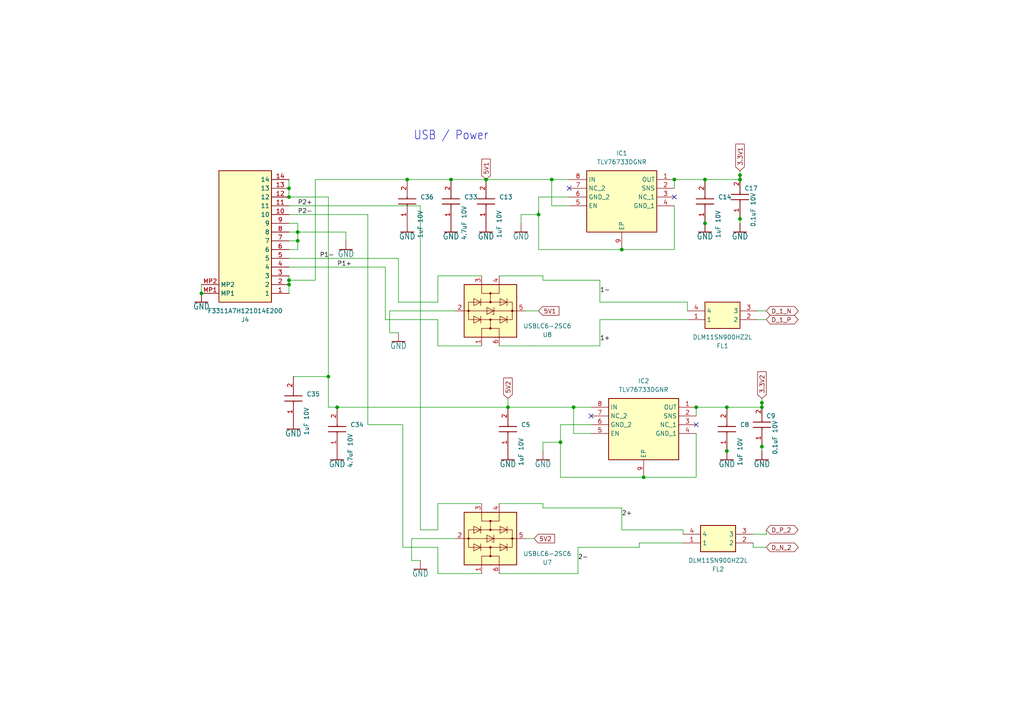
<source format=kicad_sch>
(kicad_sch (version 20230121) (generator eeschema)
  (paper "A4")
  (lib_symbols
    (symbol "Power_Protection:USBLC6-2SC6" (pin_names hide)
      (property "Reference" "U" (at 2.54 8.89 0))
      (property "Value" "USBLC6-2SC6" (at 2.54 -8.89 0))
      (symbol "USBLC6-2SC6_0_1"
        (rectangle (start -7.62 -7.62) (end 7.62 7.62) (stroke (width 0.254)) (fill (type background)))
        (circle (center -5.08 0) (radius 0.254) (fill (type outline)))
        (circle (center -2.54 0) (radius 0.254) (fill (type outline)))
        (rectangle (start -2.54 6.35) (end 2.54 -6.35))
        (circle (center 0 -6.35) (radius 0.254) (fill (type outline)))
        (polyline (pts (xy -5.08 -2.54) (xy -7.62 -2.54)))
        (polyline (pts (xy -5.08 0) (xy -5.08 -2.54)))
        (polyline (pts (xy -5.08 2.54) (xy -7.62 2.54)))
        (polyline (pts (xy -1.524 -2.794) (xy -3.556 -2.794)))
        (polyline (pts (xy -1.524 4.826) (xy -3.556 4.826)))
        (polyline (pts (xy 0 -7.62) (xy 0 -6.35)))
        (polyline (pts (xy 0 -6.35) (xy 0 1.27)))
        (polyline (pts (xy 0 1.27) (xy 0 6.35)))
        (polyline (pts (xy 0 6.35) (xy 0 7.62)))
        (polyline (pts (xy 1.524 -2.794) (xy 3.556 -2.794)))
        (polyline (pts (xy 1.524 4.826) (xy 3.556 4.826)))
        (polyline (pts (xy 5.08 -2.54) (xy 7.62 -2.54)))
        (polyline (pts (xy 5.08 0) (xy 5.08 -2.54)))
        (polyline (pts (xy 5.08 2.54) (xy 7.62 2.54)))
        (polyline (pts (xy -2.54 0) (xy -5.08 0) (xy -5.08 2.54)))
        (polyline (pts (xy 2.54 0) (xy 5.08 0) (xy 5.08 2.54)))
        (polyline (pts (xy -3.556 -4.826) (xy -1.524 -4.826) (xy -2.54 -2.794) (xy -3.556 -4.826)))
        (polyline (pts (xy -3.556 2.794) (xy -1.524 2.794) (xy -2.54 4.826) (xy -3.556 2.794)))
        (polyline (pts (xy -1.016 -1.016) (xy 1.016 -1.016) (xy 0 1.016) (xy -1.016 -1.016)))
        (polyline (pts (xy 1.016 1.016) (xy 0.762 1.016) (xy -1.016 1.016) (xy -1.016 0.508)))
        (polyline (pts (xy 3.556 -4.826) (xy 1.524 -4.826) (xy 2.54 -2.794) (xy 3.556 -4.826)))
        (polyline (pts (xy 3.556 2.794) (xy 1.524 2.794) (xy 2.54 4.826) (xy 3.556 2.794)))
        (circle (center 0 6.35) (radius 0.254) (fill (type outline)))
        (circle (center 2.54 0) (radius 0.254) (fill (type outline)))
        (circle (center 5.08 0) (radius 0.254) (fill (type outline)))
      )
      (symbol "USBLC6-2SC6_1_1"
        (pin passive line (at -10.16 -2.54 0) (length 2.54) (name "I/O1") (number "1"))
        (pin passive line (at 0 -10.16 90) (length 2.54) (name "GND") (number "2"))
        (pin passive line (at 10.16 -2.54 180) (length 2.54) (name "I/O2") (number "3"))
        (pin passive line (at 10.16 2.54 180) (length 2.54) (name "I/O2") (number "4"))
        (pin passive line (at 0 10.16 270) (length 2.54) (name "VBUS") (number "5"))
        (pin passive line (at -10.16 2.54 0) (length 2.54) (name "I/O1") (number "6"))
      )
    )
    (symbol "Qwiic-USB_Hub-eagle-import:GND" (power)
      (property "Value" "GND" (at 0 -0.254 0))
      (symbol "GND_1_0"
        (polyline (pts (xy -1.905 0) (xy 1.905 0)) (stroke (width 0.254)))
        (pin power_in line (at 0 2.54 270) (length 2.54) (name "GND") (number "1"))
      )
    )
    (symbol "SamacSys_Parts:C0603T104K8RAC7867" (pin_names hide)
      (property "Reference" "C" (at 8.89 6.35 0))
      (property "Value" "C0603T104K8RAC7867" (at 8.89 3.81 0))
      (symbol "C0603T104K8RAC7867_1_1"
        (polyline (pts (xy 5.08 0) (xy 5.588 0)) (stroke (width 0.254)))
        (polyline (pts (xy 5.588 2.54) (xy 5.588 -2.54)) (stroke (width 0.254)))
        (polyline (pts (xy 7.112 0) (xy 7.62 0)) (stroke (width 0.254)))
        (polyline (pts (xy 7.112 2.54) (xy 7.112 -2.54)) (stroke (width 0.254)))
        (pin passive line (at 0 0 0) (length 5.08) (name "1") (number "1"))
        (pin passive line (at 12.7 0 180) (length 5.08) (name "2") (number "2"))
      )
    )
    (symbol "SamacSys_Parts:CL10B105KB8NQNC" (pin_names hide)
      (property "Reference" "C" (at 8.89 6.35 0))
      (property "Value" "CL10B105KB8NQNC" (at 8.89 3.81 0))
      (symbol "CL10B105KB8NQNC_1_1"
        (polyline (pts (xy 5.08 0) (xy 5.588 0)) (stroke (width 0.254)))
        (polyline (pts (xy 5.588 2.54) (xy 5.588 -2.54)) (stroke (width 0.254)))
        (polyline (pts (xy 7.112 0) (xy 7.62 0)) (stroke (width 0.254)))
        (polyline (pts (xy 7.112 2.54) (xy 7.112 -2.54)) (stroke (width 0.254)))
        (pin passive line (at 0 0 0) (length 5.08) (name "1") (number "1"))
        (pin passive line (at 12.7 0 180) (length 5.08) (name "2") (number "2"))
      )
    )
    (symbol "SamacSys_Parts:DLM11SN900HZ2L"
      (property "Reference" "FL" (at 16.51 7.62 0))
      (property "Value" "DLM11SN900HZ2L" (at 16.51 5.08 0))
      (symbol "DLM11SN900HZ2L_1_1"
        (rectangle (start 5.08 2.54) (end 15.24 -5.08) (stroke (width 0.254)) (fill (type background)))
        (pin passive line (at 0 0 0) (length 5.08) (name "1") (number "1"))
        (pin passive line (at 20.32 0 180) (length 5.08) (name "2") (number "2"))
        (pin passive line (at 20.32 -2.54 180) (length 5.08) (name "3") (number "3"))
        (pin passive line (at 0 -2.54 0) (length 5.08) (name "4") (number "4"))
      )
    )
    (symbol "SamacSys_Parts:F3311A7H121014E200"
      (property "Reference" "J" (at 21.59 7.62 0))
      (property "Value" "F3311A7H121014E200" (at 21.59 5.08 0))
      (symbol "F3311A7H121014E200_1_1"
        (rectangle (start 5.08 2.54) (end 20.32 -35.56) (stroke (width 0.254)) (fill (type background)))
        (pin passive line (at 25.4 0 180) (length 5.08) (name "1") (number "1"))
        (pin passive line (at 25.4 -22.86 180) (length 5.08) (name "10") (number "10"))
        (pin passive line (at 25.4 -25.4 180) (length 5.08) (name "11") (number "11"))
        (pin passive line (at 25.4 -27.94 180) (length 5.08) (name "12") (number "12"))
        (pin passive line (at 25.4 -30.48 180) (length 5.08) (name "13") (number "13"))
        (pin passive line (at 25.4 -33.02 180) (length 5.08) (name "14") (number "14"))
        (pin passive line (at 25.4 -2.54 180) (length 5.08) (name "2") (number "2"))
        (pin passive line (at 25.4 -5.08 180) (length 5.08) (name "3") (number "3"))
        (pin passive line (at 25.4 -7.62 180) (length 5.08) (name "4") (number "4"))
        (pin passive line (at 25.4 -10.16 180) (length 5.08) (name "5") (number "5"))
        (pin passive line (at 25.4 -12.7 180) (length 5.08) (name "6") (number "6"))
        (pin passive line (at 25.4 -15.24 180) (length 5.08) (name "7") (number "7"))
        (pin passive line (at 25.4 -17.78 180) (length 5.08) (name "8") (number "8"))
        (pin passive line (at 25.4 -20.32 180) (length 5.08) (name "9") (number "9"))
        (pin passive line (at 0 0 0) (length 5.08) (name "MP1") (number "MP1"))
        (pin passive line (at 0 -2.54 0) (length 5.08) (name "MP2") (number "MP2"))
      )
    )
    (symbol "SamacSys_Parts:TLV76733DGNR"
      (property "Reference" "IC" (at 26.67 7.62 0))
      (property "Value" "TLV76733DGNR" (at 26.67 5.08 0))
      (symbol "TLV76733DGNR_1_1"
        (rectangle (start 5.08 2.54) (end 25.4 -15.24) (stroke (width 0.254)) (fill (type background)))
        (pin passive line (at 0 0 0) (length 5.08) (name "OUT") (number "1"))
        (pin passive line (at 0 -2.54 0) (length 5.08) (name "SNS") (number "2"))
        (pin passive line (at 0 -5.08 0) (length 5.08) (name "NC_1") (number "3"))
        (pin passive line (at 0 -7.62 0) (length 5.08) (name "GND_1") (number "4"))
        (pin passive line (at 30.48 -7.62 180) (length 5.08) (name "EN") (number "5"))
        (pin passive line (at 30.48 -5.08 180) (length 5.08) (name "GND_2") (number "6"))
        (pin passive line (at 30.48 -2.54 180) (length 5.08) (name "NC_2") (number "7"))
        (pin passive line (at 30.48 0 180) (length 5.08) (name "IN") (number "8"))
        (pin passive line (at 15.24 -20.32 90) (length 5.08) (name "EP") (number "9"))
      )
    )
  )
  (junction (at 162.56 128.27))
  (junction (at 83.82 82.55))
  (junction (at 186.69 138.43))
  (junction (at 160.02 52.07))
  (junction (at 86.36 69.85))
  (junction (at 83.82 57.15))
  (junction (at 201.93 118.11))
  (junction (at 220.98 116.84))
  (junction (at 140.97 52.07))
  (junction (at 204.47 52.07))
  (junction (at 214.63 52.07))
  (junction (at 83.82 54.61))
  (junction (at 195.58 52.07))
  (junction (at 166.37 118.11))
  (junction (at 97.79 118.11))
  (junction (at 130.81 52.07))
  (junction (at 58.42 85.09))
  (junction (at 180.34 72.39))
  (junction (at 95.25 109.22))
  (junction (at 147.32 118.11))
  (junction (at 204.47 64.77))
  (junction (at 220.98 129.54))
  (junction (at 220.98 118.11))
  (junction (at 156.21 62.23))
  (junction (at 83.82 81.28))
  (junction (at 86.36 67.31))
  (junction (at 210.82 130.81))
  (junction (at 210.82 118.11))
  (junction (at 118.11 52.07))
  (junction (at 214.63 50.8))
  (junction (at 214.63 63.5))
  (no_connect (at 165.1 54.61))
  (no_connect (at 171.45 120.65))
  (no_connect (at 201.93 123.19))
  (no_connect (at 195.58 57.15))
  (wire (pts (xy 83.82 67.31) (xy 86.36 67.31)) (stroke (width 0.1524)))
  (wire (pts (xy 156.21 60.96) (xy 156.21 62.23)) (stroke (width 0.1524)))
  (wire (pts (xy 113.03 90.17) (xy 132.08 90.17)))
  (wire (pts (xy 115.57 87.63) (xy 127 87.63)))
  (wire (pts (xy 173.99 92.71) (xy 173.99 100.33)) (stroke (width 0.1524)))
  (wire (pts (xy 165.1 57.15) (xy 156.21 57.15)))
  (wire (pts (xy 100.33 67.31) (xy 86.36 67.31)) (stroke (width 0.1524)))
  (wire (pts (xy 127 166.37) (xy 139.7 166.37)))
  (wire (pts (xy 162.56 128.27) (xy 162.56 138.43)))
  (wire (pts (xy 201.93 125.73) (xy 201.93 138.43)))
  (wire (pts (xy 127 100.33) (xy 139.7 100.33)))
  (wire (pts (xy 111.76 92.71) (xy 127 92.71)))
  (wire (pts (xy 152.4 156.21) (xy 154.94 156.21)))
  (wire (pts (xy 214.63 54.61) (xy 214.63 52.07)) (stroke (width 0.1524)))
  (wire (pts (xy 140.97 52.07) (xy 160.02 52.07)) (stroke (width 0.1524)))
  (wire (pts (xy 173.99 87.63) (xy 199.39 87.63)) (stroke (width 0.1524)))
  (wire (pts (xy 91.44 52.07) (xy 118.11 52.07)) (stroke (width 0.1524)))
  (wire (pts (xy 157.48 80.01) (xy 157.48 81.28)))
  (wire (pts (xy 83.82 80.01) (xy 83.82 81.28)))
  (wire (pts (xy 115.57 87.63) (xy 115.57 74.93)))
  (wire (pts (xy 151.13 62.23) (xy 151.13 64.77)) (stroke (width 0.1524)))
  (wire (pts (xy 166.37 125.73) (xy 171.45 125.73)))
  (wire (pts (xy 157.48 128.27) (xy 162.56 128.27)) (stroke (width 0.1524)))
  (wire (pts (xy 214.63 49.53) (xy 214.63 50.8)) (stroke (width 0.1524)))
  (wire (pts (xy 83.82 74.93) (xy 115.57 74.93)))
  (wire (pts (xy 119.38 162.56) (xy 119.38 156.21)))
  (wire (pts (xy 160.02 52.07) (xy 165.1 52.07)) (stroke (width 0.1524)))
  (wire (pts (xy 210.82 130.81) (xy 210.82 128.27)) (stroke (width 0.1524)))
  (wire (pts (xy 83.82 77.47) (xy 111.76 77.47)))
  (wire (pts (xy 185.42 157.48) (xy 198.12 157.48)))
  (wire (pts (xy 220.98 130.81) (xy 220.98 129.54)) (stroke (width 0.1524)))
  (wire (pts (xy 180.34 153.67) (xy 180.34 147.32)) (stroke (width 0.1524)))
  (wire (pts (xy 157.48 147.32) (xy 180.34 147.32)) (stroke (width 0.1524)))
  (wire (pts (xy 83.82 72.39) (xy 86.36 72.39)))
  (wire (pts (xy 220.98 116.84) (xy 220.98 118.11)) (stroke (width 0.1524)))
  (wire (pts (xy 166.37 118.11) (xy 171.45 118.11)))
  (wire (pts (xy 156.21 57.15) (xy 156.21 62.23)))
  (wire (pts (xy 83.82 57.15) (xy 85.09 57.15)) (stroke (width 0.1524)))
  (wire (pts (xy 91.44 81.28) (xy 91.44 52.07)))
  (wire (pts (xy 195.58 52.07) (xy 195.58 54.61)))
  (wire (pts (xy 83.82 62.23) (xy 106.68 62.23)) (stroke (width 0.1524)))
  (wire (pts (xy 95.25 57.15) (xy 85.09 57.15)))
  (wire (pts (xy 154.94 100.33) (xy 173.99 100.33)) (stroke (width 0.1524)))
  (wire (pts (xy 151.13 62.23) (xy 156.21 62.23)) (stroke (width 0.1524)))
  (wire (pts (xy 199.39 87.63) (xy 199.39 90.17)) (stroke (width 0.1524)))
  (wire (pts (xy 167.64 158.75) (xy 167.64 166.37)) (stroke (width 0.1524)))
  (wire (pts (xy 85.09 109.22) (xy 95.25 109.22)))
  (wire (pts (xy 83.82 69.85) (xy 86.36 69.85)))
  (wire (pts (xy 210.82 118.11) (xy 210.82 120.65)) (stroke (width 0.1524)))
  (wire (pts (xy 95.25 118.11) (xy 97.79 118.11)) (stroke (width 0.1524)))
  (wire (pts (xy 97.79 118.11) (xy 147.32 118.11)) (stroke (width 0.1524)))
  (wire (pts (xy 111.76 77.47) (xy 111.76 92.71)))
  (wire (pts (xy 152.4 90.17) (xy 156.21 90.17)))
  (wire (pts (xy 156.21 72.39) (xy 180.34 72.39)))
  (wire (pts (xy 118.11 52.07) (xy 130.81 52.07)) (stroke (width 0.1524)))
  (wire (pts (xy 113.03 96.52) (xy 113.03 90.17)))
  (wire (pts (xy 83.82 54.61) (xy 83.82 57.15)))
  (wire (pts (xy 127 87.63) (xy 127 80.01)))
  (wire (pts (xy 220.98 115.57) (xy 220.98 116.84)) (stroke (width 0.1524)))
  (wire (pts (xy 127 146.05) (xy 139.7 146.05)))
  (wire (pts (xy 179.07 92.71) (xy 199.39 92.71)))
  (wire (pts (xy 166.37 118.11) (xy 166.37 125.73)))
  (wire (pts (xy 171.45 123.19) (xy 162.56 123.19)))
  (wire (pts (xy 121.92 153.67) (xy 127 153.67)))
  (wire (pts (xy 144.78 166.37) (xy 154.94 166.37)))
  (wire (pts (xy 204.47 52.07) (xy 214.63 52.07)) (stroke (width 0.1524)))
  (wire (pts (xy 127 92.71) (xy 127 100.33)))
  (wire (pts (xy 162.56 138.43) (xy 186.69 138.43)))
  (wire (pts (xy 157.48 128.27) (xy 157.48 130.81)) (stroke (width 0.1524)))
  (wire (pts (xy 220.98 129.54) (xy 220.98 128.27)) (stroke (width 0.1524)))
  (wire (pts (xy 83.82 64.77) (xy 86.36 64.77)) (stroke (width 0.1524)))
  (wire (pts (xy 195.58 59.69) (xy 195.58 72.39)))
  (wire (pts (xy 156.21 62.23) (xy 156.21 72.39)))
  (wire (pts (xy 127 80.01) (xy 139.7 80.01)))
  (wire (pts (xy 214.63 64.77) (xy 214.63 63.5)) (stroke (width 0.1524)))
  (wire (pts (xy 106.68 123.19) (xy 106.68 62.23)) (stroke (width 0.1524)))
  (wire (pts (xy 185.42 157.48) (xy 185.42 158.75)))
  (wire (pts (xy 116.84 123.19) (xy 116.84 158.75)) (stroke (width 0.1524)))
  (wire (pts (xy 167.64 158.75) (xy 185.42 158.75)) (stroke (width 0.1524)))
  (wire (pts (xy 214.63 50.8) (xy 214.63 52.07)) (stroke (width 0.1524)))
  (wire (pts (xy 219.71 90.17) (xy 222.25 90.17)))
  (wire (pts (xy 58.42 82.55) (xy 58.42 85.09)))
  (wire (pts (xy 214.63 63.5) (xy 214.63 62.23)) (stroke (width 0.1524)))
  (wire (pts (xy 219.71 92.71) (xy 222.25 92.71)))
  (wire (pts (xy 121.92 162.56) (xy 119.38 162.56)))
  (wire (pts (xy 147.32 115.57) (xy 147.32 118.11)) (stroke (width 0.1524)))
  (wire (pts (xy 173.99 87.63) (xy 173.99 81.28)) (stroke (width 0.1524)))
  (wire (pts (xy 115.57 96.52) (xy 113.03 96.52)))
  (wire (pts (xy 157.48 146.05) (xy 157.48 147.32)))
  (wire (pts (xy 83.82 52.07) (xy 83.82 54.61)))
  (wire (pts (xy 83.82 82.55) (xy 83.82 85.09)))
  (wire (pts (xy 86.36 72.39) (xy 86.36 69.85)))
  (wire (pts (xy 204.47 64.77) (xy 204.47 62.23)) (stroke (width 0.1524)))
  (wire (pts (xy 201.93 118.11) (xy 210.82 118.11)) (stroke (width 0.1524)))
  (wire (pts (xy 160.02 52.07) (xy 160.02 59.69)))
  (wire (pts (xy 83.82 81.28) (xy 91.44 81.28)))
  (wire (pts (xy 154.94 166.37) (xy 167.64 166.37)) (stroke (width 0.1524)))
  (wire (pts (xy 86.36 69.85) (xy 86.36 67.31)))
  (wire (pts (xy 157.48 81.28) (xy 173.99 81.28)) (stroke (width 0.1524)))
  (wire (pts (xy 218.44 154.94) (xy 222.25 154.94)))
  (wire (pts (xy 222.25 154.94) (xy 222.25 153.67)))
  (wire (pts (xy 220.98 120.65) (xy 220.98 118.11)) (stroke (width 0.1524)))
  (wire (pts (xy 195.58 52.07) (xy 204.47 52.07)) (stroke (width 0.1524)))
  (wire (pts (xy 173.99 92.71) (xy 179.07 92.71)) (stroke (width 0.1524)))
  (wire (pts (xy 121.92 59.69) (xy 121.92 153.67)) (stroke (width 0.1524)))
  (wire (pts (xy 204.47 52.07) (xy 204.47 54.61)) (stroke (width 0.1524)))
  (wire (pts (xy 180.34 153.67) (xy 198.12 153.67)) (stroke (width 0.1524)))
  (wire (pts (xy 127 158.75) (xy 127 166.37)))
  (wire (pts (xy 119.38 156.21) (xy 132.08 156.21)))
  (wire (pts (xy 83.82 81.28) (xy 83.82 82.55)))
  (wire (pts (xy 160.02 59.69) (xy 165.1 59.69)))
  (wire (pts (xy 116.84 158.75) (xy 127 158.75)) (stroke (width 0.1524)))
  (wire (pts (xy 218.44 158.75) (xy 218.44 157.48)))
  (wire (pts (xy 201.93 118.11) (xy 201.93 120.65)))
  (wire (pts (xy 218.44 158.75) (xy 222.25 158.75)))
  (wire (pts (xy 162.56 123.19) (xy 162.56 128.27)))
  (wire (pts (xy 201.93 138.43) (xy 186.69 138.43)))
  (wire (pts (xy 116.84 123.19) (xy 106.68 123.19)) (stroke (width 0.1524)))
  (wire (pts (xy 144.78 100.33) (xy 154.94 100.33)))
  (wire (pts (xy 210.82 118.11) (xy 220.98 118.11)) (stroke (width 0.1524)))
  (wire (pts (xy 127 153.67) (xy 127 146.05)))
  (wire (pts (xy 198.12 153.67) (xy 198.12 154.94)))
  (wire (pts (xy 95.25 109.22) (xy 95.25 118.11)))
  (wire (pts (xy 86.36 64.77) (xy 86.36 67.31)) (stroke (width 0.1524)))
  (wire (pts (xy 144.78 146.05) (xy 157.48 146.05)))
  (wire (pts (xy 147.32 118.11) (xy 166.37 118.11)) (stroke (width 0.1524)))
  (wire (pts (xy 95.25 57.15) (xy 95.25 109.22)))
  (wire (pts (xy 130.81 52.07) (xy 140.97 52.07)) (stroke (width 0.1524)))
  (wire (pts (xy 195.58 72.39) (xy 180.34 72.39)))
  (wire (pts (xy 100.33 67.31) (xy 100.33 69.85)) (stroke (width 0.1524)))
  (wire (pts (xy 121.92 59.69) (xy 83.82 59.69)) (stroke (width 0.1524)))
  (wire (pts (xy 144.78 80.01) (xy 157.48 80.01)))
  (text "USB / Power" (at 130.81 39.37 0) (effects (font (size 2.54 2.159))))
  (label "2-" (at 167.64 162.56 0))
  (label "1-" (at 173.99 85.09 0))
  (label "P2-" (at 86.36 62.23 0))
  (label "P1+" (at 97.79 77.47 0))
  (label "P2+" (at 86.36 59.69 0))
  (label "2+" (at 180.34 149.86 0))
  (label "1+" (at 173.99 99.06 0))
  (label "P1-" (at 92.71 74.93 0))
  (global_label "5V1" (shape input) (at 156.21 90.17 0) (property "Intersheetrefs" "${INTERSHEET_REFS}" (effects hide)))
  (global_label "D_N_2" (shape bidirectional) (at 222.25 158.75 0) (property "Intersheetrefs" "${INTERSHEET_REFS}" (effects hide)))
  (global_label "3.3V2" (shape input) (at 220.98 115.57 90) (property "Intersheetrefs" "${INTERSHEET_REFS}" (effects hide)))
  (global_label "D_1_N" (shape bidirectional) (at 222.25 90.17 0) (property "Intersheetrefs" "${INTERSHEET_REFS}" (effects hide)))
  (global_label "D_P_2" (shape bidirectional) (at 222.25 153.67 0) (property "Intersheetrefs" "${INTERSHEET_REFS}" (effects hide)))
  (global_label "3.3V1" (shape input) (at 214.63 49.53 90) (property "Intersheetrefs" "${INTERSHEET_REFS}" (effects hide)))
  (global_label "5V2" (shape input) (at 147.32 115.57 90) (property "Intersheetrefs" "${INTERSHEET_REFS}" (effects hide)))
  (global_label "5V2" (shape input) (at 154.94 156.21 0) (property "Intersheetrefs" "${INTERSHEET_REFS}" (effects hide)))
  (global_label "D_1_P" (shape bidirectional) (at 222.25 92.71 0) (property "Intersheetrefs" "${INTERSHEET_REFS}" (effects hide)))
  (global_label "5V1" (shape input) (at 140.97 52.07 90) (property "Intersheetrefs" "${INTERSHEET_REFS}" (effects hide)))
  (symbol (lib_id "Qwiic-USB_Hub-eagle-import:GND") (at 214.63 67.31 0) (unit 1)
    (property "Reference" "#GND040" (effects hide))
    (property "Value" "GND" (at 214.63 67.564 0) (effects (font (size 1.778 1.5113)) (justify top)))
  )
  (symbol (lib_id "Qwiic-USB_Hub-eagle-import:GND") (at 204.47 67.31 0) (unit 1)
    (property "Reference" "#GND037" (effects hide))
    (property "Value" "GND" (at 204.47 67.564 0) (effects (font (size 1.778 1.5113)) (justify top)))
  )
  (symbol (lib_id "Qwiic-USB_Hub-eagle-import:GND") (at 220.98 133.35 0) (unit 1)
    (property "Reference" "#GND013" (effects hide))
    (property "Value" "GND" (at 220.98 133.604 0) (effects (font (size 1.778 1.5113)) (justify top)))
  )
  (symbol (lib_id "SamacSys_Parts:C0603T104K8RAC7867") (at 97.79 130.81 90) (unit 1)
    (property "Reference" "C34" (at 101.6 123.19 90) (effects (justify right)))
    (property "Value" "4.7uF 10V" (at 101.6 125.73 0) (effects (justify right)))
    (property "Footprint" "CAPC1608X87N" (effects hide))
    (property "Datasheet" "https://gr.mouser.com/datasheet/2/212/KEM_C1027_X7R_COTS_SMD-1099449.pdf" (effects hide))
    (property "Height" "0.87" (effects hide))
    (property "Manufacturer_Name" "KEMET" (effects hide))
    (property "Manufacturer_Part_Number" "C0603T104K8RAC7867" (effects hide))
    (property "Mouser Part Number" "80-C0603T104K8RACTU" (effects hide))
    (property "Mouser Price/Stock" "https://www.mouser.co.uk/ProductDetail/KEMET/C0603T104K8RAC7867/?qs=u16ybLDytRacEvii9M2jow%3D%3D" (effects hide))
  )
  (symbol (lib_id "SamacSys_Parts:CL10B105KB8NQNC") (at 147.32 130.81 90) (unit 1)
    (property "Reference" "C5" (at 151.13 123.19 90) (effects (justify right)))
    (property "Value" "1uF 10V" (at 151.13 127 0) (effects (justify right)))
    (property "Footprint" "CAPC1608X95N" (effects hide))
    (property "Datasheet" "https://product.samsungsem.com/mlcc/CL10B105KB8NQN.do" (effects hide))
    (property "Height" "0.95" (effects hide))
    (property "Manufacturer_Name" "SAMSUNG" (effects hide))
    (property "Manufacturer_Part_Number" "CL10B105KB8NQNC" (effects hide))
    (property "Mouser Part Number" "187-CL10B105KB8NQNC" (effects hide))
    (property "Mouser Price/Stock" "https://www.mouser.co.uk/ProductDetail/Samsung-Electro-Mechanics/CL10B105KB8NQNC?qs=Jm2GQyTW%2FbjBq1uiSyA2AQ%3D%3D" (effects hide))
    (property "Arrow Part Number" "CL10B105KB8NQNC" (effects hide))
    (property "Arrow Price/Stock" "https://www.arrow.com/en/products/cl10b105kb8nqnc/samsung-electro-mechanics?region=europe" (effects hide))
  )
  (symbol (lib_id "SamacSys_Parts:CL10B105KB8NQNC") (at 204.47 64.77 90) (unit 1)
    (property "Reference" "C14" (at 208.28 57.15 90) (effects (justify right)))
    (property "Value" "1uF 10V" (at 208.28 60.96 0) (effects (justify right)))
    (property "Footprint" "CAPC1608X95N" (effects hide))
    (property "Datasheet" "https://product.samsungsem.com/mlcc/CL10B105KB8NQN.do" (effects hide))
    (property "Height" "0.95" (effects hide))
    (property "Manufacturer_Name" "SAMSUNG" (effects hide))
    (property "Manufacturer_Part_Number" "CL10B105KB8NQNC" (effects hide))
    (property "Mouser Part Number" "187-CL10B105KB8NQNC" (effects hide))
    (property "Mouser Price/Stock" "https://www.mouser.co.uk/ProductDetail/Samsung-Electro-Mechanics/CL10B105KB8NQNC?qs=Jm2GQyTW%2FbjBq1uiSyA2AQ%3D%3D" (effects hide))
    (property "Arrow Part Number" "CL10B105KB8NQNC" (effects hide))
    (property "Arrow Price/Stock" "https://www.arrow.com/en/products/cl10b105kb8nqnc/samsung-electro-mechanics?region=europe" (effects hide))
  )
  (symbol (lib_id "SamacSys_Parts:CL10B105KB8NQNC") (at 210.82 130.81 90) (unit 1)
    (property "Reference" "C8" (at 214.63 123.19 90) (effects (justify right)))
    (property "Value" "1uF 10V" (at 214.63 127 0) (effects (justify right)))
    (property "Footprint" "CAPC1608X95N" (effects hide))
    (property "Datasheet" "https://product.samsungsem.com/mlcc/CL10B105KB8NQN.do" (effects hide))
    (property "Height" "0.95" (effects hide))
    (property "Manufacturer_Name" "SAMSUNG" (effects hide))
    (property "Manufacturer_Part_Number" "CL10B105KB8NQNC" (effects hide))
    (property "Mouser Part Number" "187-CL10B105KB8NQNC" (effects hide))
    (property "Mouser Price/Stock" "https://www.mouser.co.uk/ProductDetail/Samsung-Electro-Mechanics/CL10B105KB8NQNC?qs=Jm2GQyTW%2FbjBq1uiSyA2AQ%3D%3D" (effects hide))
    (property "Arrow Part Number" "CL10B105KB8NQNC" (effects hide))
    (property "Arrow Price/Stock" "https://www.arrow.com/en/products/cl10b105kb8nqnc/samsung-electro-mechanics?region=europe" (effects hide))
  )
  (symbol (lib_id "Qwiic-USB_Hub-eagle-import:GND") (at 121.92 165.1 0) (unit 1)
    (property "Reference" "#GND03" (effects hide))
    (property "Value" "GND" (at 121.92 165.354 0) (effects (font (size 1.778 1.5113)) (justify top)))
  )
  (symbol (lib_id "Qwiic-USB_Hub-eagle-import:GND") (at 151.13 67.31 0) (unit 1)
    (property "Reference" "#GND035" (effects hide))
    (property "Value" "GND" (at 151.13 67.564 0) (effects (font (size 1.778 1.5113)) (justify top)))
  )
  (symbol (lib_id "SamacSys_Parts:C0603T104K8RAC7867") (at 214.63 63.5 90) (unit 1)
    (property "Reference" "C17" (at 215.9 54.61 90) (effects (justify right)))
    (property "Value" "0.1uF 10V" (at 218.44 55.88 0) (effects (justify right)))
    (property "Footprint" "CAPC1608X87N" (effects hide))
    (property "Datasheet" "https://gr.mouser.com/datasheet/2/212/KEM_C1027_X7R_COTS_SMD-1099449.pdf" (effects hide))
    (property "Height" "0.87" (effects hide))
    (property "Manufacturer_Name" "KEMET" (effects hide))
    (property "Manufacturer_Part_Number" "C0603T104K8RAC7867" (effects hide))
    (property "Mouser Part Number" "80-C0603T104K8RACTU" (effects hide))
    (property "Mouser Price/Stock" "https://www.mouser.co.uk/ProductDetail/KEMET/C0603T104K8RAC7867/?qs=u16ybLDytRacEvii9M2jow%3D%3D" (effects hide))
  )
  (symbol (lib_id "SamacSys_Parts:DLM11SN900HZ2L") (at 199.39 92.71 0) (mirror x) (unit 1)
    (property "Reference" "FL1" (at 209.55 100.33 0))
    (property "Value" "DLM11SN900HZ2L" (at 209.55 97.79 0))
    (property "Footprint" "DLM11SN900HZ2L" (effects hide))
    (property "Datasheet" "https://www.murata.com/en-us/products/productdata/8796759851038/QFLC9116.pdf" (effects hide))
    (property "Height" "0.6" (effects hide))
    (property "Manufacturer_Name" "Murata Electronics" (effects hide))
    (property "Manufacturer_Part_Number" "DLM11SN900HZ2L" (effects hide))
    (property "Mouser Part Number" "81-DLM11SN900HZ2L" (effects hide))
    (property "Mouser Price/Stock" "https://www.mouser.co.uk/ProductDetail/Murata-Electronics/DLM11SN900HZ2L?qs=lEfY3O89Aqk%252BOsIwi%252BZA3g%3D%3D" (effects hide))
    (property "Arrow Part Number" "DLM11SN900HZ2L" (effects hide))
    (property "Arrow Price/Stock" "https://www.arrow.com/en/products/dlm11sn900hz2l/murata-manufacturing?region=nac" (effects hide))
  )
  (symbol (lib_id "SamacSys_Parts:TLV76733DGNR") (at 201.93 118.11 0) (mirror y) (unit 1)
    (property "Reference" "IC2" (at 186.69 110.49 0))
    (property "Value" "TLV76733DGNR" (at 186.69 113.03 0))
    (property "Footprint" "SOP65P490X110-9N" (effects hide))
    (property "Datasheet" "https://www.ti.com/lit/ds/symlink/tlv767.pdf?ts=1601893180135&ref_url=https%253A%252F%252Fduckduckgo.com%252F" (effects hide))
    (property "Height" "1.1" (effects hide))
    (property "Manufacturer_Name" "Texas Instruments" (effects hide))
    (property "Manufacturer_Part_Number" "TLV76733DGNR" (effects hide))
    (property "Mouser Part Number" "595-TLV76733DGNR" (effects hide))
    (property "Mouser Price/Stock" "https://www.mouser.co.uk/ProductDetail/Texas-Instruments/TLV76733DGNR?qs=W%2FMpXkg%252BdQ7WCurh%2FfEdlw%3D%3D" (effects hide))
    (property "Arrow Part Number" "TLV76733DGNR" (effects hide))
    (property "Arrow Price/Stock" "https://www.arrow.com/en/products/tlv76733dgnr/texas-instruments?region=nac" (effects hide))
  )
  (symbol (lib_id "Qwiic-USB_Hub-eagle-import:GND") (at 210.82 133.35 0) (unit 1)
    (property "Reference" "#GND07" (effects hide))
    (property "Value" "GND" (at 210.82 133.604 0) (effects (font (size 1.778 1.5113)) (justify top)))
  )
  (symbol (lib_id "SamacSys_Parts:DLM11SN900HZ2L") (at 198.12 157.48 0) (mirror x) (unit 1)
    (property "Reference" "FL2" (at 208.28 165.1 0))
    (property "Value" "DLM11SN900HZ2L" (at 208.28 162.56 0))
    (property "Footprint" "DLM11SN900HZ2L" (effects hide))
    (property "Datasheet" "https://www.murata.com/en-us/products/productdata/8796759851038/QFLC9116.pdf" (effects hide))
    (property "Height" "0.6" (effects hide))
    (property "Manufacturer_Name" "Murata Electronics" (effects hide))
    (property "Manufacturer_Part_Number" "DLM11SN900HZ2L" (effects hide))
    (property "Mouser Part Number" "81-DLM11SN900HZ2L" (effects hide))
    (property "Mouser Price/Stock" "https://www.mouser.co.uk/ProductDetail/Murata-Electronics/DLM11SN900HZ2L?qs=lEfY3O89Aqk%252BOsIwi%252BZA3g%3D%3D" (effects hide))
    (property "Arrow Part Number" "DLM11SN900HZ2L" (effects hide))
    (property "Arrow Price/Stock" "https://www.arrow.com/en/products/dlm11sn900hz2l/murata-manufacturing?region=nac" (effects hide))
  )
  (symbol (lib_id "SamacSys_Parts:C0603T104K8RAC7867") (at 220.98 129.54 90) (unit 1)
    (property "Reference" "C9" (at 222.25 120.65 90) (effects (justify right)))
    (property "Value" "0.1uF 10V" (at 224.79 121.92 0) (effects (justify right)))
    (property "Footprint" "CAPC1608X87N" (effects hide))
    (property "Datasheet" "https://gr.mouser.com/datasheet/2/212/KEM_C1027_X7R_COTS_SMD-1099449.pdf" (effects hide))
    (property "Height" "0.87" (effects hide))
    (property "Manufacturer_Name" "KEMET" (effects hide))
    (property "Manufacturer_Part_Number" "C0603T104K8RAC7867" (effects hide))
    (property "Mouser Part Number" "80-C0603T104K8RACTU" (effects hide))
    (property "Mouser Price/Stock" "https://www.mouser.co.uk/ProductDetail/KEMET/C0603T104K8RAC7867/?qs=u16ybLDytRacEvii9M2jow%3D%3D" (effects hide))
  )
  (symbol (lib_id "SamacSys_Parts:C0603T104K8RAC7867") (at 130.81 64.77 90) (unit 1)
    (property "Reference" "C33" (at 134.62 57.15 90) (effects (justify right)))
    (property "Value" "4.7uF 10V" (at 134.62 59.69 0) (effects (justify right)))
    (property "Footprint" "CAPC1608X87N" (effects hide))
    (property "Datasheet" "https://gr.mouser.com/datasheet/2/212/KEM_C1027_X7R_COTS_SMD-1099449.pdf" (effects hide))
    (property "Height" "0.87" (effects hide))
    (property "Manufacturer_Name" "KEMET" (effects hide))
    (property "Manufacturer_Part_Number" "C0603T104K8RAC7867" (effects hide))
    (property "Mouser Part Number" "80-C0603T104K8RACTU" (effects hide))
    (property "Mouser Price/Stock" "https://www.mouser.co.uk/ProductDetail/KEMET/C0603T104K8RAC7867/?qs=u16ybLDytRacEvii9M2jow%3D%3D" (effects hide))
  )
  (symbol (lib_id "Qwiic-USB_Hub-eagle-import:GND") (at 97.79 133.35 0) (unit 1)
    (property "Reference" "#GND078" (effects hide))
    (property "Value" "GND" (at 97.79 133.604 0) (effects (font (size 1.778 1.5113)) (justify top)))
  )
  (symbol (lib_id "Qwiic-USB_Hub-eagle-import:GND") (at 58.42 87.63 0) (unit 1)
    (property "Reference" "#GND025" (effects hide))
    (property "Value" "GND" (at 58.42 87.884 0) (effects (font (size 1.778 1.5113)) (justify top)))
  )
  (symbol (lib_id "SamacSys_Parts:TLV76733DGNR") (at 195.58 52.07 0) (mirror y) (unit 1)
    (property "Reference" "IC1" (at 180.34 44.45 0))
    (property "Value" "TLV76733DGNR" (at 180.34 46.99 0))
    (property "Footprint" "SOP65P490X110-9N" (effects hide))
    (property "Datasheet" "https://www.ti.com/lit/ds/symlink/tlv767.pdf?ts=1601893180135&ref_url=https%253A%252F%252Fduckduckgo.com%252F" (effects hide))
    (property "Height" "1.1" (effects hide))
    (property "Manufacturer_Name" "Texas Instruments" (effects hide))
    (property "Manufacturer_Part_Number" "TLV76733DGNR" (effects hide))
    (property "Mouser Part Number" "595-TLV76733DGNR" (effects hide))
    (property "Mouser Price/Stock" "https://www.mouser.co.uk/ProductDetail/Texas-Instruments/TLV76733DGNR?qs=W%2FMpXkg%252BdQ7WCurh%2FfEdlw%3D%3D" (effects hide))
    (property "Arrow Part Number" "TLV76733DGNR" (effects hide))
    (property "Arrow Price/Stock" "https://www.arrow.com/en/products/tlv76733dgnr/texas-instruments?region=nac" (effects hide))
  )
  (symbol (lib_id "SamacSys_Parts:CL10B105KB8NQNC") (at 118.11 64.77 90) (unit 1)
    (property "Reference" "C36" (at 121.92 57.15 90) (effects (justify right)))
    (property "Value" "1uF 10V" (at 121.92 60.96 0) (effects (justify right)))
    (property "Footprint" "CAPC1608X95N" (effects hide))
    (property "Datasheet" "https://product.samsungsem.com/mlcc/CL10B105KB8NQN.do" (effects hide))
    (property "Height" "0.95" (effects hide))
    (property "Manufacturer_Name" "SAMSUNG" (effects hide))
    (property "Manufacturer_Part_Number" "CL10B105KB8NQNC" (effects hide))
    (property "Mouser Part Number" "187-CL10B105KB8NQNC" (effects hide))
    (property "Mouser Price/Stock" "https://www.mouser.co.uk/ProductDetail/Samsung-Electro-Mechanics/CL10B105KB8NQNC?qs=Jm2GQyTW%2FbjBq1uiSyA2AQ%3D%3D" (effects hide))
    (property "Arrow Part Number" "CL10B105KB8NQNC" (effects hide))
    (property "Arrow Price/Stock" "https://www.arrow.com/en/products/cl10b105kb8nqnc/samsung-electro-mechanics?region=europe" (effects hide))
  )
  (symbol (lib_id "Qwiic-USB_Hub-eagle-import:GND") (at 157.48 133.35 0) (unit 1)
    (property "Reference" "#GND06" (effects hide))
    (property "Value" "GND" (at 157.48 133.604 0) (effects (font (size 1.778 1.5113)) (justify top)))
  )
  (symbol (lib_id "Power_Protection:USBLC6-2SC6") (at 142.24 90.17 270) (mirror x) (unit 1)
    (property "Reference" "U8" (at 158.75 97.0981 90))
    (property "Value" "USBLC6-2SC6" (at 158.75 94.5581 90))
    (property "Footprint" "Package_TO_SOT_SMD:SOT-23-6" (effects hide))
    (property "Datasheet" "https://www.st.com/resource/en/datasheet/usblc6-2.pdf" (effects hide))
  )
  (symbol (lib_id "Qwiic-USB_Hub-eagle-import:GND") (at 118.11 67.31 0) (unit 1)
    (property "Reference" "#GND080" (effects hide))
    (property "Value" "GND" (at 118.11 67.564 0) (effects (font (size 1.778 1.5113)) (justify top)))
  )
  (symbol (lib_id "Qwiic-USB_Hub-eagle-import:GND") (at 140.97 67.31 0) (unit 1)
    (property "Reference" "#GND029" (effects hide))
    (property "Value" "GND" (at 140.97 67.564 0) (effects (font (size 1.778 1.5113)) (justify top)))
  )
  (symbol (lib_id "SamacSys_Parts:F3311A7H121014E200") (at 58.42 85.09 0) (mirror x) (unit 1)
    (property "Reference" "J4" (at 71.12 92.71 0))
    (property "Value" "F3311A7H121014E200" (at 71.12 90.17 0))
    (property "Footprint" "F3311A7H121014E200" (effects hide))
    (property "Datasheet" "https://cdn.amphenol-cs.com/media/wysiwyg/files/documentation/datasheet/flex/ffc_fpc_050mm_f331.pdf" (effects hide))
    (property "Height" "1.12" (effects hide))
    (property "Manufacturer_Name" "Amphenol Communications Solutions" (effects hide))
    (property "Manufacturer_Part_Number" "F3311A7H121014E200" (effects hide))
  )
  (symbol (lib_id "Qwiic-USB_Hub-eagle-import:GND") (at 130.81 67.31 0) (unit 1)
    (property "Reference" "#GND077" (effects hide))
    (property "Value" "GND" (at 130.81 67.564 0) (effects (font (size 1.778 1.5113)) (justify top)))
  )
  (symbol (lib_id "SamacSys_Parts:CL10B105KB8NQNC") (at 140.97 64.77 90) (unit 1)
    (property "Reference" "C13" (at 144.78 57.15 90) (effects (justify right)))
    (property "Value" "1uF 10V" (at 144.78 60.96 0) (effects (justify right)))
    (property "Footprint" "CAPC1608X95N" (effects hide))
    (property "Datasheet" "https://product.samsungsem.com/mlcc/CL10B105KB8NQN.do" (effects hide))
    (property "Height" "0.95" (effects hide))
    (property "Manufacturer_Name" "SAMSUNG" (effects hide))
    (property "Manufacturer_Part_Number" "CL10B105KB8NQNC" (effects hide))
    (property "Mouser Part Number" "187-CL10B105KB8NQNC" (effects hide))
    (property "Mouser Price/Stock" "https://www.mouser.co.uk/ProductDetail/Samsung-Electro-Mechanics/CL10B105KB8NQNC?qs=Jm2GQyTW%2FbjBq1uiSyA2AQ%3D%3D" (effects hide))
    (property "Arrow Part Number" "CL10B105KB8NQNC" (effects hide))
    (property "Arrow Price/Stock" "https://www.arrow.com/en/products/cl10b105kb8nqnc/samsung-electro-mechanics?region=europe" (effects hide))
  )
  (symbol (lib_id "Qwiic-USB_Hub-eagle-import:GND") (at 147.32 133.35 0) (unit 1)
    (property "Reference" "#GND04" (effects hide))
    (property "Value" "GND" (at 147.32 133.604 0) (effects (font (size 1.778 1.5113)) (justify top)))
  )
  (symbol (lib_id "Qwiic-USB_Hub-eagle-import:GND") (at 100.33 72.39 0) (unit 1)
    (property "Reference" "#GND026" (effects hide))
    (property "Value" "GND" (at 100.33 72.644 0) (effects (font (size 1.778 1.5113)) (justify top)))
  )
  (symbol (lib_id "Qwiic-USB_Hub-eagle-import:GND") (at 85.09 124.46 0) (unit 1)
    (property "Reference" "#GND079" (effects hide))
    (property "Value" "GND" (at 85.09 124.714 0) (effects (font (size 1.778 1.5113)) (justify top)))
  )
  (symbol (lib_id "SamacSys_Parts:CL10B105KB8NQNC") (at 85.09 121.92 90) (unit 1)
    (property "Reference" "C35" (at 88.9 114.3 90) (effects (justify right)))
    (property "Value" "1uF 10V" (at 88.9 118.11 0) (effects (justify right)))
    (property "Footprint" "CAPC1608X95N" (effects hide))
    (property "Datasheet" "https://product.samsungsem.com/mlcc/CL10B105KB8NQN.do" (effects hide))
    (property "Height" "0.95" (effects hide))
    (property "Manufacturer_Name" "SAMSUNG" (effects hide))
    (property "Manufacturer_Part_Number" "CL10B105KB8NQNC" (effects hide))
    (property "Mouser Part Number" "187-CL10B105KB8NQNC" (effects hide))
    (property "Mouser Price/Stock" "https://www.mouser.co.uk/ProductDetail/Samsung-Electro-Mechanics/CL10B105KB8NQNC?qs=Jm2GQyTW%2FbjBq1uiSyA2AQ%3D%3D" (effects hide))
    (property "Arrow Part Number" "CL10B105KB8NQNC" (effects hide))
    (property "Arrow Price/Stock" "https://www.arrow.com/en/products/cl10b105kb8nqnc/samsung-electro-mechanics?region=europe" (effects hide))
  )
  (symbol (lib_id "Power_Protection:USBLC6-2SC6") (at 142.24 156.21 270) (mirror x) (unit 1)
    (property "Reference" "U7" (at 158.75 163.1381 90))
    (property "Value" "USBLC6-2SC6" (at 158.75 160.5981 90))
    (property "Footprint" "Package_TO_SOT_SMD:SOT-23-6" (effects hide))
    (property "Datasheet" "https://www.st.com/resource/en/datasheet/usblc6-2.pdf" (effects hide))
  )
  (symbol (lib_id "Qwiic-USB_Hub-eagle-import:GND") (at 115.57 99.06 0) (unit 1)
    (property "Reference" "#GND028" (effects hide))
    (property "Value" "GND" (at 115.57 99.314 0) (effects (font (size 1.778 1.5113)) (justify top)))
  )
)
</source>
